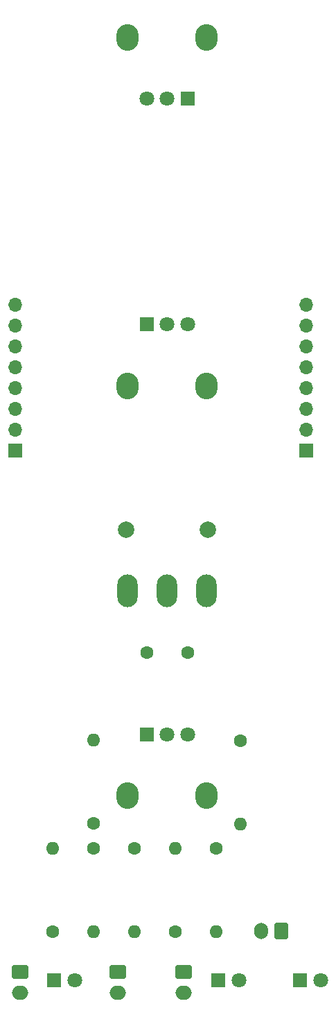
<source format=gbs>
%TF.GenerationSoftware,KiCad,Pcbnew,(6.0.5)*%
%TF.CreationDate,2022-09-08T21:10:04+02:00*%
%TF.ProjectId,Bissell-Bouten_Envelope-o-Matic,42697373-656c-46c2-9d42-6f7574656e5f,1.0*%
%TF.SameCoordinates,Original*%
%TF.FileFunction,Soldermask,Bot*%
%TF.FilePolarity,Negative*%
%FSLAX46Y46*%
G04 Gerber Fmt 4.6, Leading zero omitted, Abs format (unit mm)*
G04 Created by KiCad (PCBNEW (6.0.5)) date 2022-09-08 21:10:04*
%MOMM*%
%LPD*%
G01*
G04 APERTURE LIST*
G04 Aperture macros list*
%AMRoundRect*
0 Rectangle with rounded corners*
0 $1 Rounding radius*
0 $2 $3 $4 $5 $6 $7 $8 $9 X,Y pos of 4 corners*
0 Add a 4 corners polygon primitive as box body*
4,1,4,$2,$3,$4,$5,$6,$7,$8,$9,$2,$3,0*
0 Add four circle primitives for the rounded corners*
1,1,$1+$1,$2,$3*
1,1,$1+$1,$4,$5*
1,1,$1+$1,$6,$7*
1,1,$1+$1,$8,$9*
0 Add four rect primitives between the rounded corners*
20,1,$1+$1,$2,$3,$4,$5,0*
20,1,$1+$1,$4,$5,$6,$7,0*
20,1,$1+$1,$6,$7,$8,$9,0*
20,1,$1+$1,$8,$9,$2,$3,0*%
G04 Aperture macros list end*
%ADD10C,1.600000*%
%ADD11O,1.600000X1.600000*%
%ADD12RoundRect,0.249900X-0.750100X0.600100X-0.750100X-0.600100X0.750100X-0.600100X0.750100X0.600100X0*%
%ADD13O,2.000000X1.700000*%
%ADD14C,2.000000*%
%ADD15R,1.700000X1.700000*%
%ADD16O,1.700000X1.700000*%
%ADD17RoundRect,0.249900X0.600100X0.750100X-0.600100X0.750100X-0.600100X-0.750100X0.600100X-0.750100X0*%
%ADD18O,1.700000X2.000000*%
%ADD19R,1.800000X1.800000*%
%ADD20C,1.800000*%
%ADD21O,2.500000X4.000000*%
%ADD22O,2.720000X3.240000*%
G04 APERTURE END LIST*
D10*
%TO.C,R29*%
X91000000Y-160880000D03*
D11*
X91000000Y-150720000D03*
%TD*%
D12*
%TO.C,ENV_OUT1*%
X94000000Y-179000000D03*
D13*
X94000000Y-181500000D03*
%TD*%
D10*
%TO.C,R2*%
X101000000Y-174080000D03*
D11*
X101000000Y-163920000D03*
%TD*%
D10*
%TO.C,C8*%
X102500000Y-140000000D03*
X97500000Y-140000000D03*
%TD*%
%TO.C,R28*%
X109000000Y-150800000D03*
D11*
X109000000Y-160960000D03*
%TD*%
D14*
%TO.C,C9*%
X95000000Y-125000000D03*
X105000000Y-125000000D03*
%TD*%
D12*
%TO.C,ENV_INV1*%
X102000000Y-179000000D03*
D13*
X102000000Y-181500000D03*
%TD*%
D15*
%TO.C,CN2*%
X116973000Y-115373000D03*
D16*
X116973000Y-112833000D03*
X116973000Y-110293000D03*
X116973000Y-107753000D03*
X116973000Y-105213000D03*
X116973000Y-102673000D03*
X116973000Y-100133000D03*
X116973000Y-97593000D03*
%TD*%
D12*
%TO.C,GATE_OUT1*%
X82000000Y-179000000D03*
D13*
X82000000Y-181500000D03*
%TD*%
D10*
%TO.C,R3*%
X91000000Y-163920000D03*
D11*
X91000000Y-174080000D03*
%TD*%
D10*
%TO.C,R1*%
X106000000Y-163920000D03*
D11*
X106000000Y-174080000D03*
%TD*%
D15*
%TO.C,CN1*%
X81413000Y-115372000D03*
D16*
X81413000Y-112832000D03*
X81413000Y-110292000D03*
X81413000Y-107752000D03*
X81413000Y-105212000D03*
X81413000Y-102672000D03*
X81413000Y-100132000D03*
X81413000Y-97592000D03*
%TD*%
D17*
%TO.C,SIGNAL_IN1*%
X114000000Y-174000000D03*
D18*
X111500000Y-174000000D03*
%TD*%
D10*
%TO.C,R25*%
X86000000Y-174080000D03*
D11*
X86000000Y-163920000D03*
%TD*%
D10*
%TO.C,R33*%
X96000000Y-163920000D03*
D11*
X96000000Y-174080000D03*
%TD*%
D19*
%TO.C,LED3*%
X86230000Y-180000000D03*
D20*
X88770000Y-180000000D03*
%TD*%
D19*
%TO.C,LED2*%
X106230000Y-180000000D03*
D20*
X108770000Y-180000000D03*
%TD*%
D21*
%TO.C,FAST_SLOW_ENV1*%
X95150000Y-132500000D03*
X100000000Y-132500000D03*
X104850000Y-132500000D03*
%TD*%
D22*
%TO.C,GATE_OFFSET1*%
X95200000Y-157500000D03*
X104800000Y-157500000D03*
D19*
X97500000Y-150000000D03*
D20*
X100000000Y-150000000D03*
X102500000Y-150000000D03*
%TD*%
D19*
%TO.C,LED1*%
X116230000Y-180000000D03*
D20*
X118770000Y-180000000D03*
%TD*%
D22*
%TO.C,CLOCK_SPEED1*%
X95200000Y-107500000D03*
X104800000Y-107500000D03*
D19*
X97500000Y-100000000D03*
D20*
X100000000Y-100000000D03*
X102500000Y-100000000D03*
%TD*%
D22*
%TO.C,GAIN1*%
X95200000Y-65000000D03*
X104800000Y-65000000D03*
D19*
X102500000Y-72500000D03*
D20*
X100000000Y-72500000D03*
X97500000Y-72500000D03*
%TD*%
M02*

</source>
